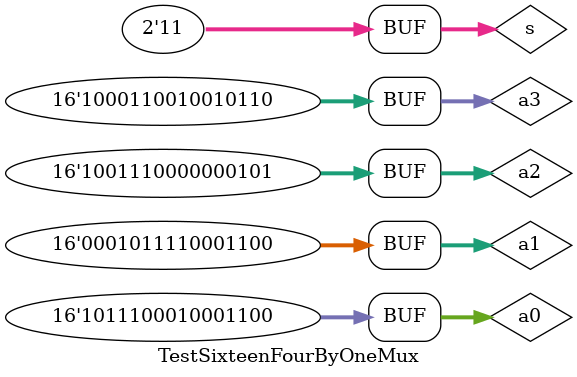
<source format=v>

module TestSixteenFourByOneMux;
	reg [15:0] a3, a2, a1, a0;
	reg [1:0] s;
	wire [15:0] d;
	SixteenFourByOneMux tester(
		.a3(a3),
		.a2(a2),
		.a1(a1),
		.a0(a0),
		.s(s), .d(d)
	);
	initial
		begin
			$monitor("%d	a3 = %b, a2 = %b, a1 = %b, a0 = %b, s = %b, d = %b", $time, a3, a2, a1, a0, s, d);

			#20
			a3 = 16'b0000001000101011;
			a2 = 16'b1101011011111001;
			a1 = 16'b1111010110011001;
			a0 = 16'b1101001101010101;
			s = 2'b00;

			#20
			a3 = 16'b1011100000100010;
			a2 = 16'b0100010101101111;
			a1 = 16'b1011000101001011;
			a0 = 16'b1011011111110000;
			s = 2'b01;

			#20
			a3 = 16'b0010010111110000;
			a2 = 16'b1000000100100101;
			a1 = 16'b1111110000100000;
			a0 = 16'b1111101011010001;
			s = 2'b10;

			#20
			a3 = 16'b1000110010010110;
			a2 = 16'b1001110000000101;
			a1 = 16'b0001011110001100;
			a0 = 16'b1011100010001100;
			s = 2'b11;

		end
endmodule
</source>
